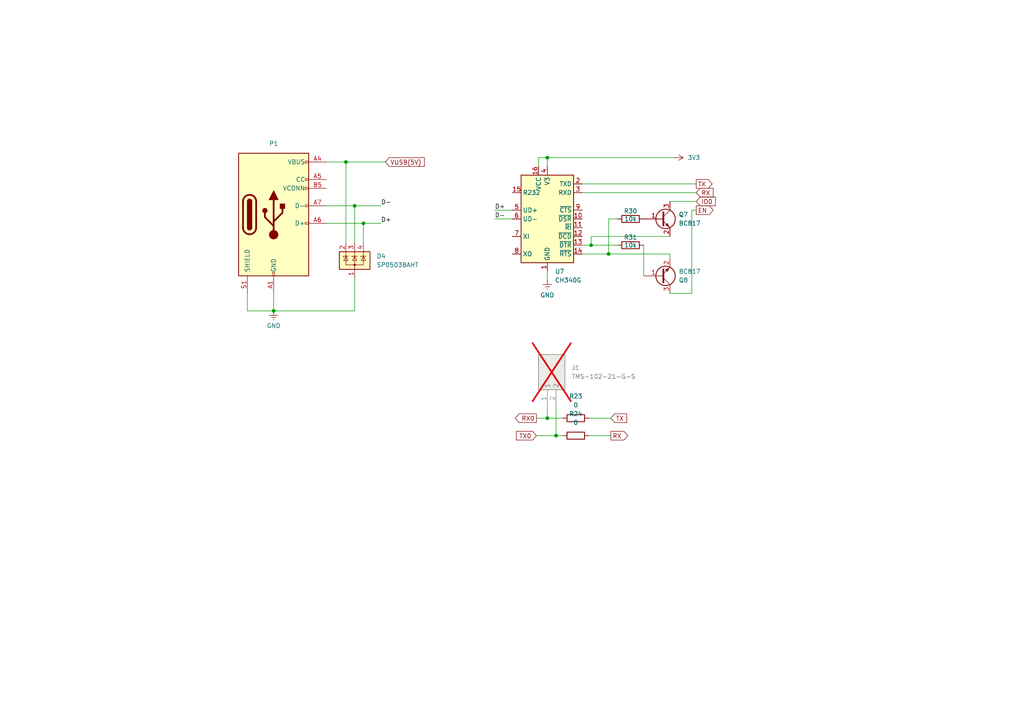
<source format=kicad_sch>
(kicad_sch (version 20231120) (generator "eeschema") (generator_version "8.0")
  (paper "A4")
  (lib_symbols
    (symbol "Connector:USB_C_Plug_USB2.0" (pin_names (offset 1.016))
      (property "Reference" "P" (at -10.16 19.05 0))
      (property "Value" "USB_C_Plug_USB2.0" (at 12.7 19.05 0))
      (symbol "USB_C_Plug_USB2.0_0_0"
        (rectangle (start -0.254 -17.78) (end 0.254 -16.764))
        (rectangle (start 10.16 -2.286) (end 9.144 -2.794))
        (rectangle (start 10.16 2.794) (end 9.144 2.286))
        (rectangle (start 10.16 7.874) (end 9.144 7.366))
        (rectangle (start 10.16 10.414) (end 9.144 9.906))
        (rectangle (start 10.16 15.494) (end 9.144 14.986))
      )
      (symbol "USB_C_Plug_USB2.0_0_1"
        (rectangle (start -10.16 17.78) (end 10.16 -17.78) (stroke (width 0.254)) (fill (type background)))
        (arc (start -8.89 -3.81) (mid -6.985 -5.7067) (end -5.08 -3.81) (stroke (width 0.508)))
        (arc (start -7.62 -3.81) (mid -6.985 -4.4423) (end -6.35 -3.81) (stroke (width 0.254)))
        (arc (start -7.62 -3.81) (mid -6.985 -4.4423) (end -6.35 -3.81) (stroke (width 0.254)) (fill (type outline)))
        (rectangle (start -7.62 -3.81) (end -6.35 3.81) (stroke (width 0.254)) (fill (type outline)))
        (arc (start -6.35 3.81) (mid -6.985 4.4423) (end -7.62 3.81) (stroke (width 0.254)))
        (arc (start -6.35 3.81) (mid -6.985 4.4423) (end -7.62 3.81) (stroke (width 0.254)) (fill (type outline)))
        (arc (start -5.08 3.81) (mid -6.985 5.7067) (end -8.89 3.81) (stroke (width 0.508)))
        (circle (center -2.54 1.143) (radius 0.635) (stroke (width 0.254)) (fill (type outline)))
        (circle (center 0 -5.842) (radius 1.27) (fill (type outline)))
        (polyline (pts (xy -8.89 -3.81) (xy -8.89 3.81)) (stroke (width 0.508)))
        (polyline (pts (xy -5.08 3.81) (xy -5.08 -3.81)) (stroke (width 0.508)))
        (polyline (pts (xy 0 -5.842) (xy 0 4.318)) (stroke (width 0.508)))
        (polyline (pts (xy 0 -3.302) (xy -2.54 -0.762) (xy -2.54 0.508)) (stroke (width 0.508)))
        (polyline (pts (xy 0 -2.032) (xy 2.54 0.508) (xy 2.54 1.778)) (stroke (width 0.508)))
        (polyline (pts (xy -1.27 4.318) (xy 0 6.858) (xy 1.27 4.318) (xy -1.27 4.318)) (stroke (width 0.254)) (fill (type outline)))
        (rectangle (start 1.905 1.778) (end 3.175 3.048) (stroke (width 0.254)) (fill (type outline)))
      )
      (symbol "USB_C_Plug_USB2.0_1_1"
        (pin passive line (at 0 -22.86 90) (length 5.08) (name "GND") (number "A1"))
        (pin passive line (at 0 -22.86 90) (length 5.08) hide (name "GND") (number "A12"))
        (pin passive line (at 15.24 15.24 180) (length 5.08) (name "VBUS") (number "A4"))
        (pin bidirectional line (at 15.24 10.16 180) (length 5.08) (name "CC") (number "A5"))
        (pin bidirectional line (at 15.24 -2.54 180) (length 5.08) (name "D+") (number "A6"))
        (pin bidirectional line (at 15.24 2.54 180) (length 5.08) (name "D-") (number "A7"))
        (pin passive line (at 15.24 15.24 180) (length 5.08) hide (name "VBUS") (number "A9"))
        (pin passive line (at 0 -22.86 90) (length 5.08) hide (name "GND") (number "B1"))
        (pin passive line (at 0 -22.86 90) (length 5.08) hide (name "GND") (number "B12"))
        (pin passive line (at 15.24 15.24 180) (length 5.08) hide (name "VBUS") (number "B4"))
        (pin bidirectional line (at 15.24 7.62 180) (length 5.08) (name "VCONN") (number "B5"))
        (pin passive line (at 15.24 15.24 180) (length 5.08) hide (name "VBUS") (number "B9"))
        (pin passive line (at -7.62 -22.86 90) (length 5.08) (name "SHIELD") (number "S1"))
      )
    )
    (symbol "Device:R" (pin_numbers hide) (pin_names (offset 0))
      (property "Reference" "R" (at 2.032 0 90))
      (property "Value" "R" (at 0 0 90))
      (symbol "R_0_1"
        (rectangle (start -1.016 -2.54) (end 1.016 2.54) (stroke (width 0.254)))
      )
      (symbol "R_1_1"
        (pin passive line (at 0 3.81 270) (length 1.27) (name "~") (number "1"))
        (pin passive line (at 0 -3.81 90) (length 1.27) (name "~") (number "2"))
      )
    )
    (symbol "Interface_USB:CH340G"
      (property "Reference" "U" (at -5.08 13.97 0))
      (property "Value" "CH340G" (at 1.27 13.97 0))
      (symbol "CH340G_0_1"
        (rectangle (start -7.62 12.7) (end 7.62 -12.7) (stroke (width 0.254)) (fill (type background)))
      )
      (symbol "CH340G_1_1"
        (pin power_in line (at 0 -15.24 90) (length 2.54) (name "GND") (number "1"))
        (pin input line (at 10.16 0 180) (length 2.54) (name "~{DSR}") (number "10"))
        (pin input line (at 10.16 -2.54 180) (length 2.54) (name "~{RI}") (number "11"))
        (pin input line (at 10.16 -5.08 180) (length 2.54) (name "~{DCD}") (number "12"))
        (pin output line (at 10.16 -7.62 180) (length 2.54) (name "~{DTR}") (number "13"))
        (pin output line (at 10.16 -10.16 180) (length 2.54) (name "~{RTS}") (number "14"))
        (pin input line (at -10.16 7.62 0) (length 2.54) (name "R232") (number "15"))
        (pin power_in line (at -2.54 15.24 270) (length 2.54) (name "VCC") (number "16"))
        (pin output line (at 10.16 10.16 180) (length 2.54) (name "TXD") (number "2"))
        (pin input line (at 10.16 7.62 180) (length 2.54) (name "RXD") (number "3"))
        (pin power_out line (at 0 15.24 270) (length 2.54) (name "V3") (number "4"))
        (pin bidirectional line (at -10.16 2.54 0) (length 2.54) (name "UD+") (number "5"))
        (pin bidirectional line (at -10.16 0 0) (length 2.54) (name "UD-") (number "6"))
        (pin input line (at -10.16 -5.08 0) (length 2.54) (name "XI") (number "7"))
        (pin output line (at -10.16 -10.16 0) (length 2.54) (name "XO") (number "8"))
        (pin input line (at 10.16 2.54 180) (length 2.54) (name "~{CTS}") (number "9"))
      )
    )
    (symbol "Power_Protection:SP0503BAHT" (pin_names hide)
      (property "Reference" "D" (at 5.715 2.54 0))
      (property "Value" "SP0503BAHT" (at 5.715 0.635 0))
      (symbol "SP0503BAHT_0_0"
        (pin passive line (at 0 -5.08 90) (length 2.54) (name "A") (number "1"))
      )
      (symbol "SP0503BAHT_0_1"
        (rectangle (start -4.445 2.54) (end 4.445 -2.54) (stroke (width 0.254)) (fill (type background)))
        (circle (center 0 -1.27) (radius 0.254) (fill (type outline)))
        (polyline (pts (xy -2.54 2.54) (xy -2.54 1.27)))
        (polyline (pts (xy 0 -1.27) (xy 0 -2.54)))
        (polyline (pts (xy 0 -1.27) (xy 0 1.27)))
        (polyline (pts (xy 0 2.54) (xy 0 1.27)))
        (polyline (pts (xy 0.635 1.27) (xy 0.762 1.27)))
        (polyline (pts (xy 2.54 2.54) (xy 2.54 1.27)))
        (polyline (pts (xy 0.635 1.27) (xy -0.762 1.27) (xy -0.762 1.016)))
        (polyline (pts (xy -3.302 1.016) (xy -3.302 1.27) (xy -1.905 1.27) (xy -1.778 1.27)))
        (polyline (pts (xy -2.54 1.27) (xy -2.54 -1.27) (xy 2.54 -1.27) (xy 2.54 1.27)))
        (polyline (pts (xy -2.54 1.27) (xy -1.905 0) (xy -3.175 0) (xy -2.54 1.27)))
        (polyline (pts (xy 0.635 0) (xy -0.635 0) (xy 0 1.27) (xy 0.635 0)))
        (polyline (pts (xy 1.778 1.016) (xy 1.778 1.27) (xy 3.175 1.27) (xy 3.302 1.27)))
        (polyline (pts (xy 2.54 1.27) (xy 1.905 0) (xy 3.175 0) (xy 2.54 1.27)))
      )
      (symbol "SP0503BAHT_1_1"
        (pin passive line (at -2.54 5.08 270) (length 2.54) (name "K") (number "2"))
        (pin passive line (at 0 5.08 270) (length 2.54) (name "K") (number "3"))
        (pin passive line (at 2.54 5.08 270) (length 2.54) (name "K") (number "4"))
      )
    )
    (symbol "SamacSys_Parts:TMS-102-21-G-S"
      (property "Reference" "J" (at 16.51 7.62 0))
      (property "Value" "TMS-102-21-G-S" (at 16.51 5.08 0))
      (symbol "TMS-102-21-G-S_1_1"
        (rectangle (start 5.08 2.54) (end 15.24 -5.08) (stroke (width 0.254)) (fill (type background)))
        (pin passive line (at 0 0 0) (length 5.08) (name "1") (number "1"))
        (pin passive line (at 0 -2.54 0) (length 5.08) (name "2") (number "2"))
      )
    )
    (symbol "Transistor_BJT:BC817" (pin_names (offset 0) hide)
      (property "Reference" "Q" (at 5.08 1.905 0))
      (property "Value" "BC817" (at 5.08 0 0))
      (symbol "BC817_0_1"
        (polyline (pts (xy 0.635 0.635) (xy 2.54 2.54)))
        (polyline (pts (xy 0.635 -0.635) (xy 2.54 -2.54) (xy 2.54 -2.54)))
        (polyline (pts (xy 0.635 1.905) (xy 0.635 -1.905) (xy 0.635 -1.905)) (stroke (width 0.508)))
        (polyline (pts (xy 1.27 -1.778) (xy 1.778 -1.27) (xy 2.286 -2.286) (xy 1.27 -1.778) (xy 1.27 -1.778)) (fill (type outline)))
        (circle (center 1.27 0) (radius 2.8194) (stroke (width 0.254)))
      )
      (symbol "BC817_1_1"
        (pin input line (at -5.08 0 0) (length 5.715) (name "B") (number "1"))
        (pin passive line (at 2.54 -5.08 90) (length 2.54) (name "E") (number "2"))
        (pin passive line (at 2.54 5.08 270) (length 2.54) (name "C") (number "3"))
      )
    )
    (symbol "power:Earth" (power) (pin_numbers hide) (pin_names (offset 0) hide)
      (property "Value" "Earth" (at 0 -3.81 0))
      (symbol "Earth_0_1"
        (polyline (pts (xy -0.635 -1.905) (xy 0.635 -1.905)))
        (polyline (pts (xy -0.127 -2.54) (xy 0.127 -2.54)))
        (polyline (pts (xy 0 -1.27) (xy 0 0)))
        (polyline (pts (xy 1.27 -1.27) (xy -1.27 -1.27)))
      )
      (symbol "Earth_1_1"
        (pin power_in line (at 0 0 270) (length 0) (name "~") (number "1"))
      )
    )
    (symbol "power:VCC" (power) (pin_numbers hide) (pin_names (offset 0) hide)
      (property "Value" "VCC" (at 0 3.556 0))
      (symbol "VCC_0_1"
        (polyline (pts (xy -0.762 1.27) (xy 0 2.54)))
        (polyline (pts (xy 0 0) (xy 0 2.54)))
        (polyline (pts (xy 0 2.54) (xy 0.762 1.27)))
      )
      (symbol "VCC_1_1"
        (pin power_in line (at 0 0 90) (length 0) (name "~") (number "1"))
      )
    )
  )
  (junction (at 102.87 59.69))
  (junction (at 100.33 46.99))
  (junction (at 158.75 45.72))
  (junction (at 79.375 90.17))
  (junction (at 161.29 126.365))
  (junction (at 158.75 121.285))
  (junction (at 171.45 71.12))
  (junction (at 176.53 73.66))
  (junction (at 105.41 64.77))
  (wire (pts (xy 168.91 71.12) (xy 171.45 71.12)))
  (wire (pts (xy 155.575 121.285) (xy 158.75 121.285)))
  (wire (pts (xy 105.41 64.77) (xy 94.615 64.77)))
  (wire (pts (xy 105.41 64.77) (xy 105.41 70.485)))
  (wire (pts (xy 158.75 118.11) (xy 158.75 121.285)))
  (wire (pts (xy 102.87 59.69) (xy 110.49 59.69)))
  (wire (pts (xy 79.375 85.09) (xy 79.375 90.17)))
  (wire (pts (xy 186.69 71.12) (xy 186.69 80.01)))
  (wire (pts (xy 110.49 64.77) (xy 105.41 64.77)))
  (wire (pts (xy 158.75 45.72) (xy 195.58 45.72)))
  (wire (pts (xy 161.29 118.11) (xy 161.29 126.365)))
  (wire (pts (xy 102.87 80.645) (xy 102.87 90.17)))
  (wire (pts (xy 171.45 68.58) (xy 171.45 71.12)))
  (wire (pts (xy 158.75 45.72) (xy 156.21 45.72)))
  (wire (pts (xy 179.07 63.5) (xy 176.53 63.5)))
  (wire (pts (xy 168.91 53.34) (xy 201.93 53.34)))
  (wire (pts (xy 156.21 45.72) (xy 156.21 48.26)))
  (wire (pts (xy 71.755 85.09) (xy 71.755 90.17)))
  (wire (pts (xy 168.91 55.88) (xy 201.93 55.88)))
  (wire (pts (xy 143.51 60.96) (xy 148.59 60.96)))
  (wire (pts (xy 194.31 73.66) (xy 194.31 74.93)))
  (wire (pts (xy 158.75 45.72) (xy 158.75 48.26)))
  (wire (pts (xy 102.87 90.17) (xy 79.375 90.17)))
  (wire (pts (xy 158.75 81.28) (xy 158.75 78.74)))
  (wire (pts (xy 200.66 85.09) (xy 194.31 85.09)))
  (wire (pts (xy 176.53 63.5) (xy 176.53 73.66)))
  (wire (pts (xy 171.45 71.12) (xy 179.07 71.12)))
  (wire (pts (xy 200.66 60.96) (xy 201.93 60.96)))
  (wire (pts (xy 194.31 68.58) (xy 171.45 68.58)))
  (wire (pts (xy 100.33 46.99) (xy 100.33 70.485)))
  (wire (pts (xy 168.91 73.66) (xy 176.53 73.66)))
  (wire (pts (xy 170.815 121.285) (xy 177.165 121.285)))
  (wire (pts (xy 158.75 121.285) (xy 163.195 121.285)))
  (wire (pts (xy 94.615 46.99) (xy 100.33 46.99)))
  (wire (pts (xy 94.615 59.69) (xy 102.87 59.69)))
  (wire (pts (xy 102.87 59.69) (xy 102.87 70.485)))
  (wire (pts (xy 194.31 58.42) (xy 201.93 58.42)))
  (wire (pts (xy 71.755 90.17) (xy 79.375 90.17)))
  (wire (pts (xy 143.51 63.5) (xy 148.59 63.5)))
  (wire (pts (xy 100.33 46.99) (xy 111.76 46.99)))
  (wire (pts (xy 161.29 126.365) (xy 163.195 126.365)))
  (wire (pts (xy 155.575 126.365) (xy 161.29 126.365)))
  (wire (pts (xy 176.53 73.66) (xy 194.31 73.66)))
  (wire (pts (xy 170.815 126.365) (xy 177.165 126.365)))
  (wire (pts (xy 200.66 60.96) (xy 200.66 85.09)))
  (label "D-" (at 110.49 59.69 0))
  (label "D+" (at 143.51 60.96 0))
  (label "D-" (at 143.51 63.5 0))
  (label "D+" (at 110.49 64.77 0))
  (global_label "EN" (shape output) (at 201.93 60.96 0) (property "Intersheetrefs" "${INTERSHEET_REFS}" (effects (hide yes))))
  (global_label "RX0" (shape output) (at 155.575 121.285 180) (property "Intersheetrefs" "${INTERSHEET_REFS}" (effects (hide yes))))
  (global_label "TX0" (shape input) (at 155.575 126.365 180) (property "Intersheetrefs" "${INTERSHEET_REFS}" (effects (hide yes))))
  (global_label "IO0" (shape input) (at 201.93 58.42 0) (property "Intersheetrefs" "${INTERSHEET_REFS}" (effects (hide yes))))
  (global_label "RX" (shape input) (at 201.93 55.88 0) (property "Intersheetrefs" "${INTERSHEET_REFS}" (effects (hide yes))))
  (global_label "RX" (shape output) (at 177.165 126.365 0) (property "Intersheetrefs" "${INTERSHEET_REFS}" (effects (hide yes))))
  (global_label "TX" (shape input) (at 177.165 121.285 0) (property "Intersheetrefs" "${INTERSHEET_REFS}" (effects (hide yes))))
  (global_label "TX" (shape output) (at 201.93 53.34 0) (property "Intersheetrefs" "${INTERSHEET_REFS}" (effects (hide yes))))
  (global_label "VUSB(5V)" (shape input) (at 111.76 46.99 0) (property "Intersheetrefs" "${INTERSHEET_REFS}" (effects (hide yes))))
  (symbol (lib_id "power:VCC") (at 195.58 45.72 270) (unit 1)
    (property "Reference" "#PWR046" (effects (hide yes)))
    (property "Value" "3V3" (at 199.39 45.7201 90) (effects (justify left)))
    (property "Description" "Power symbol creates a global label with name \"VCC\"" (effects (hide yes)))
  )
  (symbol (lib_id "Device:R") (at 167.005 126.365 270) (unit 1)
    (property "Reference" "R24" (at 167.005 120.015 90))
    (property "Value" "0" (at 167.005 122.555 90))
    (property "Footprint" "Resistor_SMD:R_0805_2012Metric_Pad1.20x1.40mm_HandSolder" (effects (hide yes)))
    (property "Description" "Resistor" (effects (hide yes)))
    (property "LCSC Part#" "C2074219" (effects (hide yes)))
  )
  (symbol (lib_id "Device:R") (at 167.005 121.285 270) (unit 1)
    (property "Reference" "R23" (at 167.005 114.935 90))
    (property "Value" "0" (at 167.005 117.475 90))
    (property "Footprint" "Resistor_SMD:R_0805_2012Metric_Pad1.20x1.40mm_HandSolder" (effects (hide yes)))
    (property "Description" "Resistor" (effects (hide yes)))
    (property "LCSC Part#" "C2074219" (effects (hide yes)))
  )
  (symbol (lib_id "power:Earth") (at 79.375 90.17 0) (unit 1)
    (property "Reference" "#PWR047" (effects (hide yes)))
    (property "Value" "GND" (at 79.375 94.488 0))
    (property "Description" "Power symbol creates a global label with name \"Earth\"" (effects (hide yes)))
  )
  (symbol (lib_id "Power_Protection:SP0503BAHT") (at 102.87 75.565 0) (unit 1)
    (property "Reference" "D4" (at 109.22 74.2949 0) (effects (justify left)))
    (property "Value" "SP0503BAHT" (at 109.22 76.8349 0) (effects (justify left)))
    (property "Footprint" "Package_TO_SOT_SMD:SOT-143" (effects (hide yes)))
    (property "Datasheet" "http://www.littelfuse.com/~/media/files/littelfuse/technical%20resources/documents/data%20sheets/sp05xxba.pdf" (effects (hide yes)))
    (property "Description" "TVS Diode Array, 5.5V Standoff, 3 Channels, SOT-143 package" (effects (hide yes)))
    (property "LCSC Part#" "C7074" (effects (hide yes)))
  )
  (symbol (lib_id "Device:R") (at 182.88 63.5 90) (unit 1)
    (property "Reference" "R30" (at 182.88 61.214 90))
    (property "Value" "10k" (at 182.88 63.5 90))
    (property "Footprint" "Resistor_SMD:R_0805_2012Metric_Pad1.20x1.40mm_HandSolder" (effects (hide yes)))
    (property "Description" "Resistor" (effects (hide yes)))
    (property "LCSC Part#" "C84376" (effects (hide yes)))
  )
  (symbol (lib_id "Device:R") (at 182.88 71.12 90) (unit 1)
    (property "Reference" "R31" (at 182.88 68.834 90))
    (property "Value" "10k" (at 182.88 71.12 90))
    (property "Footprint" "Resistor_SMD:R_0805_2012Metric_Pad1.20x1.40mm_HandSolder" (effects (hide yes)))
    (property "Description" "Resistor" (effects (hide yes)))
    (property "LCSC Part#" "C84376" (effects (hide yes)))
  )
  (symbol (lib_id "SamacSys_Parts:TMS-102-21-G-S") (at 158.75 118.11 90) (unit 1) (dnp yes)
    (property "Reference" "J1" (at 165.735 106.6799 90) (effects (justify right)))
    (property "Value" "TMS-102-21-G-S" (at 165.735 109.2199 90) (effects (justify right)))
    (property "Footprint" "SamacSys_Parts:TMS-102-YY-XX-S" (effects (hide yes)))
    (property "Datasheet" "http://suddendocs.samtec.com/prints/tms-1xx-xx-xx-x-xx-xxx-mkt.pdf" (effects (hide yes)))
    (property "Description" "2 Position, Single-Row .050&quot; x .100&quot; Micro Terminal Strip" (effects (hide yes)))
    (property "Mouser Part Number" "200-TMS10221GS" (effects (hide yes)))
    (property "Mouser Price/Stock" "https://www.mouser.co.uk/ProductDetail/Samtec/TMS-102-21-G-S?qs=0lQeLiL1qya3I3g9lQbxtA%3D%3D" (effects (hide yes)))
    (property "Manufacturer_Name" "SAMTEC" (effects (hide yes)))
    (property "Manufacturer_Part_Number" "TMS-102-21-G-S" (effects (hide yes)))
  )
  (symbol (lib_id "Transistor_BJT:BC817") (at 191.77 63.5 0) (unit 1)
    (property "Reference" "Q7" (at 196.85 62.2299 0) (effects (justify left)))
    (property "Value" "BC817" (at 196.85 64.7699 0) (effects (justify left)))
    (property "Footprint" "Package_TO_SOT_SMD:SOT-23_Handsoldering" (effects (hide yes)))
    (property "Datasheet" "https://www.onsemi.com/pub/Collateral/BC818-D.pdf" (effects (hide yes)))
    (property "Description" "0.8A Ic, 45V Vce, NPN Transistor, SOT-23" (effects (hide yes)))
    (property "LCSC Part#" "C475629" (effects (hide yes)))
  )
  (symbol (lib_id "power:Earth") (at 158.75 81.28 0) (unit 1)
    (property "Reference" "#PWR045" (effects (hide yes)))
    (property "Value" "GND" (at 158.75 85.598 0))
    (property "Description" "Power symbol creates a global label with name \"Earth\"" (effects (hide yes)))
  )
  (symbol (lib_id "Connector:USB_C_Plug_USB2.0") (at 79.375 62.23 0) (unit 1)
    (property "Reference" "P1" (at 79.375 41.656 0))
    (property "Value" "USB_C_Plug_USB2.0" (effects (hide yes)))
    (property "Footprint" "Connector_USB:USB_C_Receptacle_HCTL_HC-TYPE-C-16P-01A" (effects (hide yes)))
    (property "Datasheet" "https://www.usb.org/sites/default/files/documents/usb_type-c.zip" (effects (hide yes)))
    (property "Description" "USB 2.0-only Type-C Plug connector" (effects (hide yes)))
    (property "LCSC Part#" " C2894897" (effects (hide yes)))
  )
  (symbol (lib_id "Interface_USB:CH340G") (at 158.75 63.5 0) (unit 1)
    (property "Reference" "U7" (at 160.9441 78.74 0) (effects (justify left)))
    (property "Value" "CH340G" (at 160.9441 81.28 0) (effects (justify left)))
    (property "Footprint" "Package_SO:SOIC-16_3.9x9.9mm_P1.27mm" (effects (hide yes)))
    (property "Datasheet" "http://www.datasheet5.com/pdf-local-2195953" (effects (hide yes)))
    (property "Description" "USB serial converter, UART, SOIC-16" (effects (hide yes)))
    (property "LCSC Part#" "C14267" (effects (hide yes)))
  )
  (symbol (lib_id "Transistor_BJT:BC817") (at 191.77 80.01 0) (mirror x) (unit 1)
    (property "Reference" "Q8" (at 196.85 81.2801 0) (effects (justify left)))
    (property "Value" "BC817" (at 196.85 78.7401 0) (effects (justify left)))
    (property "Footprint" "Package_TO_SOT_SMD:SOT-23_Handsoldering" (effects (hide yes)))
    (property "Datasheet" "https://www.onsemi.com/pub/Collateral/BC818-D.pdf" (effects (hide yes)))
    (property "Description" "0.8A Ic, 45V Vce, NPN Transistor, SOT-23" (effects (hide yes)))
    (property "LCSC Part#" "C475629" (effects (hide yes)))
  )
)
</source>
